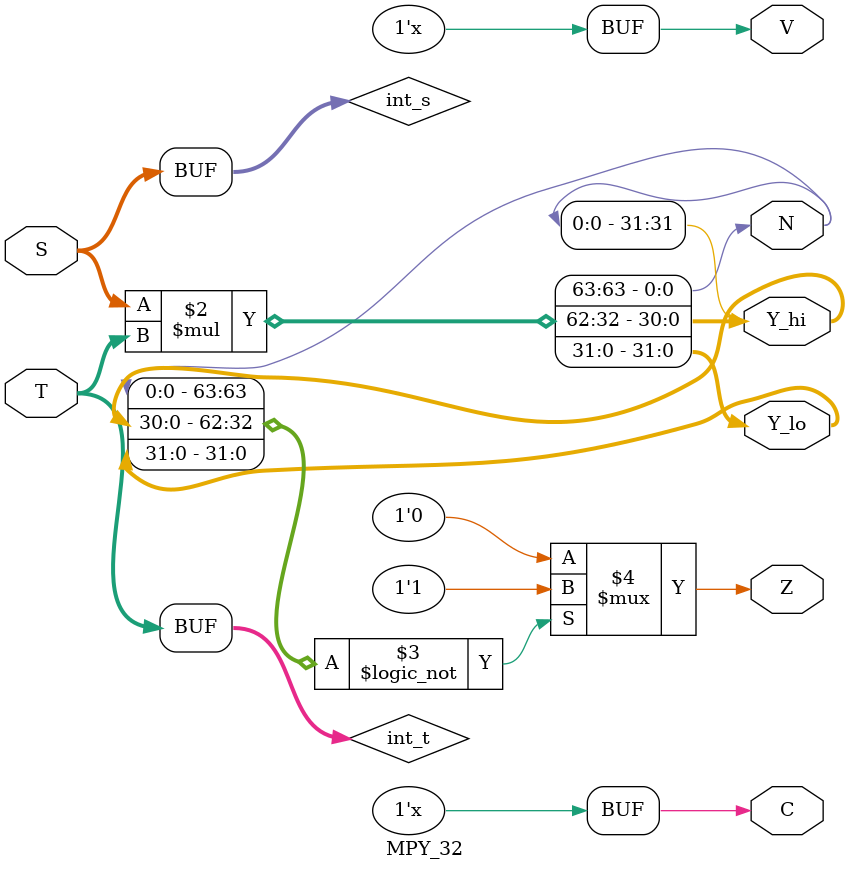
<source format=v>
`timescale 1ns / 1ps
/****************************** C E C S  4 4 0 ******************************
 * 
 * File Name:  MPY_32.v
 * Project:    Lab_Assignment_3
 * Designer:   Rosswell Tiongco
 * Email:      rosswelltiongco@gmail.com
 * Rev. No.:   Version 1.0
 * Rev. Date:  Current Rev. Date 
 *
 * Purpose:    Handles additional alu logic to multiply to inputs
 *         
 * Notes:
 *
 ****************************************************************************/
 module MPY_32(S, T, Y_hi, Y_lo, C, V, N, Z);
    input      [31:0] S, T;
    output reg [31:0] Y_hi, Y_lo;
    output reg        C, V, N, Z;
    
    integer int_s, int_t;
    
    // Produce a 64 bit product as output whenever inputs change
    always @ (*) begin
        // Convert to integers
        int_s = S;
        int_t = T;
        {Y_hi,Y_lo} = int_s * int_t;
        
        // Flags
        C = 1'bx;
        V = 1'bx;
        N = Y_hi[31];
        Z = ({Y_hi,Y_lo} == 64'h0)? 1'b1 : 1'b0;        
    end
    
endmodule

</source>
